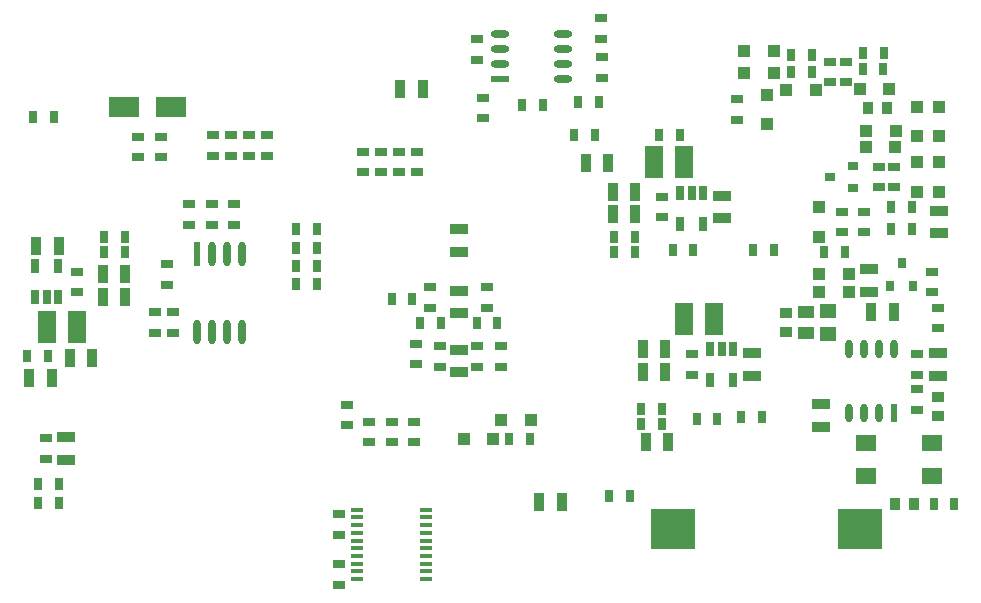
<source format=gbp>
G04 #@! TF.GenerationSoftware,KiCad,Pcbnew,5.0.0-rc3+dfsg1-2*
G04 #@! TF.CreationDate,2018-07-18T14:57:21+02:00*
G04 #@! TF.ProjectId,ulx3s,756C7833732E6B696361645F70636200,rev?*
G04 #@! TF.SameCoordinates,Original*
G04 #@! TF.FileFunction,Paste,Bot*
G04 #@! TF.FilePolarity,Positive*
%FSLAX46Y46*%
G04 Gerber Fmt 4.6, Leading zero omitted, Abs format (unit mm)*
G04 Created by KiCad (PCBNEW 5.0.0-rc3+dfsg1-2) date Wed Jul 18 14:57:21 2018*
%MOMM*%
%LPD*%
G01*
G04 APERTURE LIST*
%ADD10R,0.670000X1.000000*%
%ADD11R,3.700000X3.500000*%
%ADD12R,1.550000X0.600000*%
%ADD13O,1.550000X0.600000*%
%ADD14R,0.600000X2.100000*%
%ADD15O,0.600000X2.100000*%
%ADD16R,0.600000X1.550000*%
%ADD17O,0.600000X1.550000*%
%ADD18R,1.000000X0.400000*%
%ADD19R,0.700000X1.200000*%
%ADD20R,1.800000X1.400000*%
%ADD21R,0.970000X1.500000*%
%ADD22R,1.500000X0.970000*%
%ADD23R,1.000000X0.670000*%
%ADD24R,1.000000X1.000000*%
%ADD25R,1.500000X2.700000*%
%ADD26R,2.500000X1.800000*%
%ADD27R,0.800000X0.900000*%
%ADD28R,0.900000X0.800000*%
%ADD29R,0.820000X1.000000*%
%ADD30R,1.000000X0.820000*%
%ADD31R,1.400000X1.120000*%
%ADD32R,1.400000X1.295000*%
G04 APERTURE END LIST*
D10*
G04 #@! TO.C,C49*
X103738000Y-91156000D03*
X101988000Y-91156000D03*
G04 #@! TD*
D11*
G04 #@! TO.C,BAT1*
X172485000Y-105870000D03*
X156685000Y-105870000D03*
G04 #@! TD*
D12*
G04 #@! TO.C,U11*
X141980000Y-67706500D03*
D13*
X141980000Y-66436500D03*
X141980000Y-65166500D03*
X141980000Y-63896500D03*
X147380000Y-63896500D03*
X147380000Y-65166500D03*
X147380000Y-66436500D03*
X147380000Y-67706500D03*
G04 #@! TD*
D14*
G04 #@! TO.C,U10*
X116340000Y-82520000D03*
D15*
X117610000Y-82520000D03*
X118880000Y-82520000D03*
X120150000Y-82520000D03*
X120150000Y-89124000D03*
X118880000Y-89124000D03*
X117610000Y-89124000D03*
X116340000Y-89124000D03*
G04 #@! TD*
D16*
G04 #@! TO.C,U7*
X175395000Y-96015000D03*
D17*
X174125000Y-96015000D03*
X172855000Y-96015000D03*
X171585000Y-96015000D03*
X171585000Y-90615000D03*
X172855000Y-90615000D03*
X174125000Y-90615000D03*
X175395000Y-90615000D03*
G04 #@! TD*
D18*
G04 #@! TO.C,U6*
X129935000Y-104215000D03*
X129935000Y-104865000D03*
X129935000Y-105515000D03*
X129935000Y-106165000D03*
X129935000Y-106815000D03*
X129935000Y-107465000D03*
X129935000Y-108115000D03*
X129935000Y-108765000D03*
X129935000Y-109415000D03*
X129935000Y-110065000D03*
X135735000Y-110065000D03*
X135735000Y-109415000D03*
X135735000Y-108765000D03*
X135735000Y-108115000D03*
X135735000Y-107465000D03*
X135735000Y-106815000D03*
X135735000Y-106165000D03*
X135735000Y-105515000D03*
X135735000Y-104865000D03*
X135735000Y-104215000D03*
G04 #@! TD*
D19*
G04 #@! TO.C,U5*
X157285000Y-77392000D03*
X158235000Y-77392000D03*
X159185000Y-77392000D03*
X159185000Y-79992000D03*
X157285000Y-79992000D03*
G04 #@! TD*
G04 #@! TO.C,U3*
X159825000Y-90600000D03*
X160775000Y-90600000D03*
X161725000Y-90600000D03*
X161725000Y-93200000D03*
X159825000Y-93200000D03*
G04 #@! TD*
G04 #@! TO.C,U4*
X104575000Y-86215000D03*
X103625000Y-86215000D03*
X102675000Y-86215000D03*
X102675000Y-83615000D03*
X104575000Y-83615000D03*
G04 #@! TD*
D20*
G04 #@! TO.C,Y2*
X178576000Y-98522000D03*
X172976000Y-98522000D03*
X172976000Y-101322000D03*
X178576000Y-101322000D03*
G04 #@! TD*
D21*
G04 #@! TO.C,C47*
X133546000Y-68550000D03*
X135456000Y-68550000D03*
G04 #@! TD*
G04 #@! TO.C,C1*
X102748500Y-81885000D03*
X104658500Y-81885000D03*
G04 #@! TD*
D10*
G04 #@! TO.C,C2*
X153985000Y-96910000D03*
X155735000Y-96910000D03*
G04 #@! TD*
D21*
G04 #@! TO.C,C3*
X156015000Y-90630000D03*
X154105000Y-90630000D03*
G04 #@! TD*
G04 #@! TO.C,C4*
X154105000Y-92535000D03*
X156015000Y-92535000D03*
G04 #@! TD*
D22*
G04 #@! TO.C,C5*
X163315000Y-90945000D03*
X163315000Y-92855000D03*
G04 #@! TD*
D10*
G04 #@! TO.C,C6*
X151645000Y-82375000D03*
X153395000Y-82375000D03*
G04 #@! TD*
D21*
G04 #@! TO.C,C7*
X153475000Y-79200000D03*
X151565000Y-79200000D03*
G04 #@! TD*
G04 #@! TO.C,C8*
X153475000Y-77295000D03*
X151565000Y-77295000D03*
G04 #@! TD*
D22*
G04 #@! TO.C,C9*
X160775000Y-79520000D03*
X160775000Y-77610000D03*
G04 #@! TD*
D10*
G04 #@! TO.C,C10*
X108465000Y-81105000D03*
X110215000Y-81105000D03*
G04 #@! TD*
D21*
G04 #@! TO.C,C11*
X108385000Y-84280000D03*
X110295000Y-84280000D03*
G04 #@! TD*
G04 #@! TO.C,C12*
X110295000Y-86185000D03*
X108385000Y-86185000D03*
G04 #@! TD*
D22*
G04 #@! TO.C,C13*
X173221000Y-83833000D03*
X173221000Y-85743000D03*
G04 #@! TD*
D23*
G04 #@! TO.C,C14*
X175380000Y-76900000D03*
X175380000Y-75150000D03*
G04 #@! TD*
D22*
G04 #@! TO.C,C15*
X105276000Y-99967000D03*
X105276000Y-98057000D03*
G04 #@! TD*
D21*
G04 #@! TO.C,C16*
X173424000Y-87473000D03*
X175334000Y-87473000D03*
G04 #@! TD*
D22*
G04 #@! TO.C,C17*
X138500000Y-90665000D03*
X138500000Y-92575000D03*
G04 #@! TD*
D23*
G04 #@! TO.C,C18*
X150589600Y-64359000D03*
X150589600Y-62609000D03*
G04 #@! TD*
D22*
G04 #@! TO.C,C19*
X138500000Y-82375000D03*
X138500000Y-80465000D03*
G04 #@! TD*
G04 #@! TO.C,C20*
X138500000Y-87575000D03*
X138500000Y-85665000D03*
G04 #@! TD*
D21*
G04 #@! TO.C,C21*
X104072000Y-93061000D03*
X102162000Y-93061000D03*
G04 #@! TD*
G04 #@! TO.C,C22*
X154359000Y-98504000D03*
X156269000Y-98504000D03*
G04 #@! TD*
G04 #@! TO.C,C23*
X105591000Y-91392000D03*
X107501000Y-91392000D03*
G04 #@! TD*
G04 #@! TO.C,C24*
X151189000Y-74882000D03*
X149279000Y-74882000D03*
G04 #@! TD*
D23*
G04 #@! TO.C,C25*
X140900000Y-87095000D03*
X140900000Y-85345000D03*
G04 #@! TD*
G04 #@! TO.C,C26*
X136100000Y-87095000D03*
X136100000Y-85345000D03*
G04 #@! TD*
G04 #@! TO.C,C27*
X136900000Y-92095000D03*
X136900000Y-90345000D03*
G04 #@! TD*
G04 #@! TO.C,C28*
X140100000Y-90345000D03*
X140100000Y-92095000D03*
G04 #@! TD*
G04 #@! TO.C,C29*
X142100000Y-92095000D03*
X142100000Y-90345000D03*
G04 #@! TD*
G04 #@! TO.C,C30*
X134900000Y-90145000D03*
X134900000Y-91895000D03*
G04 #@! TD*
D10*
G04 #@! TO.C,C31*
X135225000Y-88420000D03*
X136975000Y-88420000D03*
G04 #@! TD*
G04 #@! TO.C,C32*
X140025000Y-88420000D03*
X141775000Y-88420000D03*
G04 #@! TD*
G04 #@! TO.C,C33*
X163425000Y-82220000D03*
X165175000Y-82220000D03*
G04 #@! TD*
G04 #@! TO.C,C34*
X158375000Y-82220000D03*
X156625000Y-82220000D03*
G04 #@! TD*
D23*
G04 #@! TO.C,C35*
X177300000Y-94025000D03*
X177300000Y-95775000D03*
G04 #@! TD*
D21*
G04 #@! TO.C,C46*
X145342000Y-103584000D03*
X147252000Y-103584000D03*
G04 #@! TD*
D10*
G04 #@! TO.C,C48*
X104246000Y-70963000D03*
X102496000Y-70963000D03*
G04 #@! TD*
D23*
G04 #@! TO.C,C50*
X179063000Y-88856000D03*
X179063000Y-87106000D03*
G04 #@! TD*
D10*
G04 #@! TO.C,C51*
X180473000Y-103711000D03*
X178723000Y-103711000D03*
G04 #@! TD*
G04 #@! TO.C,C52*
X158645000Y-96490000D03*
X160395000Y-96490000D03*
G04 #@! TD*
G04 #@! TO.C,C53*
X132827200Y-86330000D03*
X134577200Y-86330000D03*
G04 #@! TD*
D22*
G04 #@! TO.C,C54*
X169172000Y-95281000D03*
X169172000Y-97191000D03*
G04 #@! TD*
G04 #@! TO.C,D11*
X179190000Y-80790000D03*
X179190000Y-78880000D03*
G04 #@! TD*
D24*
G04 #@! TO.C,D10*
X169050000Y-84280000D03*
X171550000Y-84280000D03*
G04 #@! TD*
G04 #@! TO.C,D12*
X169030000Y-78585000D03*
X169030000Y-81085000D03*
G04 #@! TD*
G04 #@! TO.C,D13*
X171550000Y-85804000D03*
X169050000Y-85804000D03*
G04 #@! TD*
G04 #@! TO.C,D14*
X179190000Y-74775000D03*
X179190000Y-77275000D03*
G04 #@! TD*
G04 #@! TO.C,D15*
X177285000Y-77275000D03*
X177285000Y-74775000D03*
G04 #@! TD*
G04 #@! TO.C,D16*
X172987000Y-73503000D03*
X175487000Y-73503000D03*
G04 #@! TD*
G04 #@! TO.C,D17*
X164585000Y-69060000D03*
X164585000Y-71560000D03*
G04 #@! TD*
G04 #@! TO.C,D20*
X168756000Y-68659000D03*
X166256000Y-68659000D03*
G04 #@! TD*
G04 #@! TO.C,D21*
X174979000Y-68550000D03*
X172479000Y-68550000D03*
G04 #@! TD*
G04 #@! TO.C,D23*
X165200000Y-67262000D03*
X162700000Y-67262000D03*
G04 #@! TD*
G04 #@! TO.C,D24*
X162700000Y-65357000D03*
X165200000Y-65357000D03*
G04 #@! TD*
G04 #@! TO.C,D25*
X177285000Y-72594000D03*
X177285000Y-70094000D03*
G04 #@! TD*
G04 #@! TO.C,D26*
X179190000Y-70094000D03*
X179190000Y-72594000D03*
G04 #@! TD*
D23*
G04 #@! TO.C,R49*
X113277000Y-74360000D03*
X113277000Y-72610000D03*
G04 #@! TD*
G04 #@! TO.C,R50*
X111372000Y-72610000D03*
X111372000Y-74360000D03*
G04 #@! TD*
D10*
G04 #@! TO.C,R51*
X155455000Y-72487000D03*
X157205000Y-72487000D03*
G04 #@! TD*
D23*
G04 #@! TO.C,R52*
X171331000Y-66278000D03*
X171331000Y-68028000D03*
G04 #@! TD*
G04 #@! TO.C,R53*
X169919000Y-68028000D03*
X169919000Y-66278000D03*
G04 #@! TD*
D10*
G04 #@! TO.C,R54*
X174477000Y-65502000D03*
X172727000Y-65502000D03*
G04 #@! TD*
D23*
G04 #@! TO.C,R56*
X128390000Y-106321000D03*
X128390000Y-104571000D03*
G04 #@! TD*
G04 #@! TO.C,R57*
X117722000Y-72483000D03*
X117722000Y-74233000D03*
G04 #@! TD*
G04 #@! TO.C,R58*
X119246000Y-74233000D03*
X119246000Y-72483000D03*
G04 #@! TD*
G04 #@! TO.C,R59*
X120770000Y-72483000D03*
X120770000Y-74233000D03*
G04 #@! TD*
G04 #@! TO.C,R60*
X122294000Y-74233000D03*
X122294000Y-72483000D03*
G04 #@! TD*
D10*
G04 #@! TO.C,R61*
X145655000Y-69900000D03*
X143905000Y-69900000D03*
G04 #@! TD*
G04 #@! TO.C,R40*
X166631000Y-65738000D03*
X168381000Y-65738000D03*
G04 #@! TD*
D23*
G04 #@! TO.C,R55*
X134740000Y-96740000D03*
X134740000Y-98490000D03*
G04 #@! TD*
D22*
G04 #@! TO.C,C55*
X179078000Y-90963000D03*
X179078000Y-92873000D03*
G04 #@! TD*
D23*
G04 #@! TO.C,R65*
X177300000Y-92793000D03*
X177300000Y-91043000D03*
G04 #@! TD*
D25*
G04 #@! TO.C,L1*
X160140000Y-88090000D03*
X157600000Y-88090000D03*
G04 #@! TD*
G04 #@! TO.C,L2*
X103625000Y-88725000D03*
X106165000Y-88725000D03*
G04 #@! TD*
G04 #@! TO.C,L3*
X155060000Y-74755000D03*
X157600000Y-74755000D03*
G04 #@! TD*
D10*
G04 #@! TO.C,R1*
X171175000Y-82375000D03*
X169425000Y-82375000D03*
G04 #@! TD*
D23*
G04 #@! TO.C,R2*
X172840000Y-78960000D03*
X172840000Y-80710000D03*
G04 #@! TD*
G04 #@! TO.C,R3*
X162045000Y-71185000D03*
X162045000Y-69435000D03*
G04 #@! TD*
D10*
G04 #@! TO.C,R4*
X176890000Y-80470000D03*
X175140000Y-80470000D03*
G04 #@! TD*
D23*
G04 #@! TO.C,R5*
X174110000Y-75150000D03*
X174110000Y-76900000D03*
G04 #@! TD*
G04 #@! TO.C,R6*
X178555000Y-85790000D03*
X178555000Y-84040000D03*
G04 #@! TD*
G04 #@! TO.C,R7*
X113785000Y-85155000D03*
X113785000Y-83405000D03*
G04 #@! TD*
G04 #@! TO.C,R8*
X170935000Y-80710000D03*
X170935000Y-78960000D03*
G04 #@! TD*
G04 #@! TO.C,R9*
X128390000Y-110555000D03*
X128390000Y-108805000D03*
G04 #@! TD*
D10*
G04 #@! TO.C,R10*
X151264000Y-103076000D03*
X153014000Y-103076000D03*
G04 #@! TD*
D23*
G04 #@! TO.C,R11*
X119515000Y-80093000D03*
X119515000Y-78343000D03*
G04 #@! TD*
G04 #@! TO.C,R12*
X114308000Y-89219000D03*
X114308000Y-87469000D03*
G04 #@! TD*
D10*
G04 #@! TO.C,R13*
X175140000Y-78565000D03*
X176890000Y-78565000D03*
G04 #@! TD*
G04 #@! TO.C,R14*
X124721000Y-85060000D03*
X126471000Y-85060000D03*
G04 #@! TD*
G04 #@! TO.C,R15*
X126471000Y-83536000D03*
X124721000Y-83536000D03*
G04 #@! TD*
G04 #@! TO.C,R16*
X124721000Y-82012000D03*
X126471000Y-82012000D03*
G04 #@! TD*
G04 #@! TO.C,R17*
X126471000Y-80470000D03*
X124721000Y-80470000D03*
G04 #@! TD*
D23*
G04 #@! TO.C,R18*
X130422000Y-73898000D03*
X130422000Y-75648000D03*
G04 #@! TD*
G04 #@! TO.C,R19*
X131961000Y-73898000D03*
X131961000Y-75648000D03*
G04 #@! TD*
G04 #@! TO.C,R20*
X133485000Y-73898000D03*
X133485000Y-75648000D03*
G04 #@! TD*
G04 #@! TO.C,R21*
X135009000Y-75648000D03*
X135009000Y-73898000D03*
G04 #@! TD*
G04 #@! TO.C,R22*
X140025500Y-66105000D03*
X140025500Y-64355000D03*
G04 #@! TD*
G04 #@! TO.C,R23*
X140597000Y-71076000D03*
X140597000Y-69326000D03*
G04 #@! TD*
G04 #@! TO.C,R24*
X150615000Y-67647000D03*
X150615000Y-65897000D03*
G04 #@! TD*
D10*
G04 #@! TO.C,R25*
X148300000Y-72487000D03*
X150050000Y-72487000D03*
G04 #@! TD*
G04 #@! TO.C,R26*
X150362000Y-69693000D03*
X148612000Y-69693000D03*
G04 #@! TD*
D23*
G04 #@! TO.C,R27*
X129025000Y-95300000D03*
X129025000Y-97050000D03*
G04 #@! TD*
G04 #@! TO.C,R28*
X117595000Y-78343000D03*
X117595000Y-80093000D03*
G04 #@! TD*
G04 #@! TO.C,R29*
X112784000Y-89219000D03*
X112784000Y-87469000D03*
G04 #@! TD*
G04 #@! TO.C,R30*
X115690000Y-78343000D03*
X115690000Y-80093000D03*
G04 #@! TD*
D10*
G04 #@! TO.C,R31*
X142755000Y-98250000D03*
X144505000Y-98250000D03*
G04 #@! TD*
D23*
G04 #@! TO.C,R32*
X132835000Y-98490000D03*
X132835000Y-96740000D03*
G04 #@! TD*
G04 #@! TO.C,R33*
X130930000Y-96740000D03*
X130930000Y-98490000D03*
G04 #@! TD*
D10*
G04 #@! TO.C,R34*
X102877000Y-103600000D03*
X104627000Y-103600000D03*
G04 #@! TD*
G04 #@! TO.C,R35*
X102877000Y-102060000D03*
X104627000Y-102060000D03*
G04 #@! TD*
D23*
G04 #@! TO.C,R38*
X103576500Y-99905000D03*
X103576500Y-98155000D03*
G04 #@! TD*
D10*
G04 #@! TO.C,R39*
X164190000Y-96345000D03*
X162440000Y-96345000D03*
G04 #@! TD*
G04 #@! TO.C,R63*
X168381000Y-67135000D03*
X166631000Y-67135000D03*
G04 #@! TD*
G04 #@! TO.C,R64*
X174475000Y-66899000D03*
X172725000Y-66899000D03*
G04 #@! TD*
G04 #@! TO.C,RA1*
X153985000Y-95640000D03*
X155735000Y-95640000D03*
G04 #@! TD*
G04 #@! TO.C,RA2*
X110215000Y-82375000D03*
X108465000Y-82375000D03*
G04 #@! TD*
G04 #@! TO.C,RA3*
X151645000Y-81105000D03*
X153395000Y-81105000D03*
G04 #@! TD*
D23*
G04 #@! TO.C,RB1*
X158235000Y-92775000D03*
X158235000Y-91025000D03*
G04 #@! TD*
G04 #@! TO.C,RB2*
X106165000Y-85790000D03*
X106165000Y-84040000D03*
G04 #@! TD*
G04 #@! TO.C,RB3*
X155695000Y-79440000D03*
X155695000Y-77690000D03*
G04 #@! TD*
D26*
G04 #@! TO.C,D8*
X110149000Y-70074000D03*
X114149000Y-70074000D03*
G04 #@! TD*
D27*
G04 #@! TO.C,Q1*
X176015000Y-83280000D03*
X175065000Y-85280000D03*
X176965000Y-85280000D03*
G04 #@! TD*
D28*
G04 #@! TO.C,Q2*
X171935000Y-75075000D03*
X171935000Y-76975000D03*
X169935000Y-76025000D03*
G04 #@! TD*
D24*
G04 #@! TO.C,D27*
X175502000Y-72106000D03*
X173002000Y-72106000D03*
G04 #@! TD*
D29*
G04 #@! TO.C,R66*
X173198000Y-70201000D03*
X174798000Y-70201000D03*
G04 #@! TD*
D30*
G04 #@! TO.C,C56*
X179078000Y-96274000D03*
X179078000Y-94674000D03*
G04 #@! TD*
D29*
G04 #@! TO.C,C57*
X177084000Y-103711000D03*
X175484000Y-103711000D03*
G04 #@! TD*
D31*
G04 #@! TO.C,C58*
X167902000Y-89242000D03*
X167902000Y-87482000D03*
G04 #@! TD*
D30*
G04 #@! TO.C,C59*
X166251000Y-89162000D03*
X166251000Y-87562000D03*
G04 #@! TD*
D32*
G04 #@! TO.C,L4*
X169807000Y-87394500D03*
X169807000Y-89329500D03*
G04 #@! TD*
D24*
G04 #@! TO.C,D28*
X144626000Y-96599000D03*
X142126000Y-96599000D03*
G04 #@! TD*
G04 #@! TO.C,D29*
X138951000Y-98250000D03*
X141451000Y-98250000D03*
G04 #@! TD*
M02*

</source>
